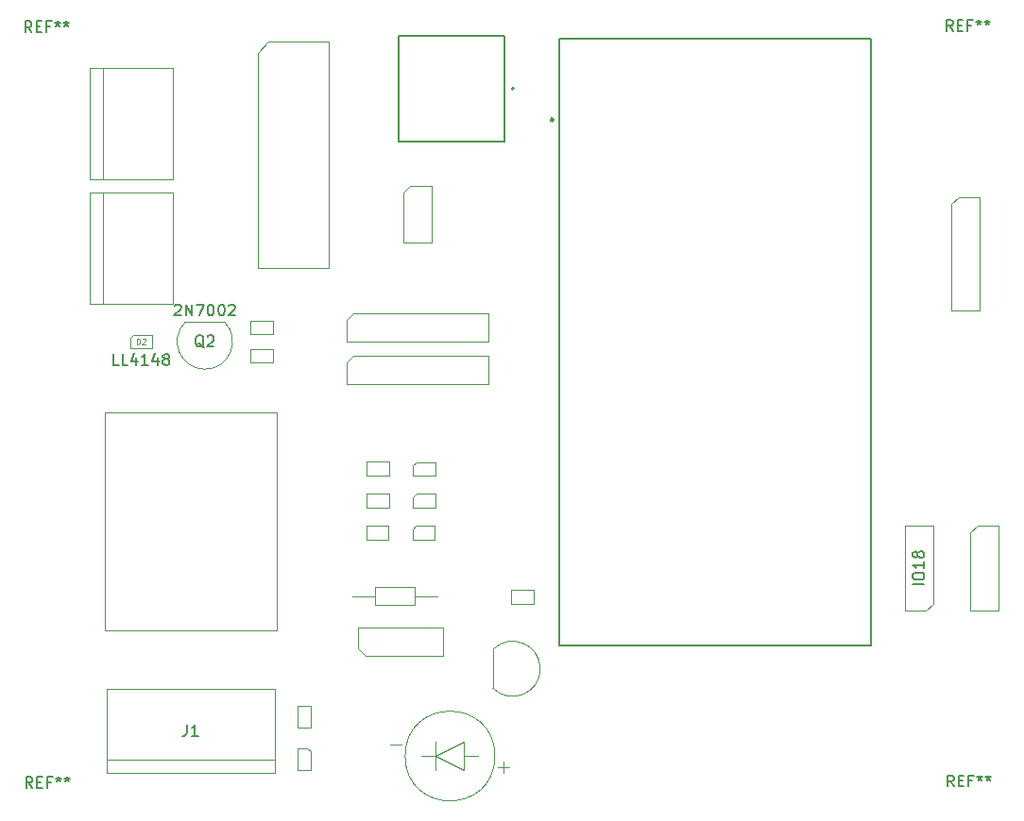
<source format=gbr>
%TF.GenerationSoftware,KiCad,Pcbnew,(6.0.4)*%
%TF.CreationDate,2023-05-30T10:31:35-05:00*%
%TF.ProjectId,Modulo de Practicas uPy,4d6f6475-6c6f-4206-9465-205072616374,rev?*%
%TF.SameCoordinates,Original*%
%TF.FileFunction,AssemblyDrawing,Top*%
%FSLAX46Y46*%
G04 Gerber Fmt 4.6, Leading zero omitted, Abs format (unit mm)*
G04 Created by KiCad (PCBNEW (6.0.4)) date 2023-05-30 10:31:35*
%MOMM*%
%LPD*%
G01*
G04 APERTURE LIST*
%ADD10C,0.150000*%
%ADD11C,0.080000*%
%ADD12C,0.100000*%
%ADD13C,0.127000*%
%ADD14C,0.280000*%
%ADD15C,0.120000*%
%ADD16C,0.200000*%
G04 APERTURE END LIST*
D10*
%TO.C,IO18*%
X169870380Y-92926590D02*
X168870380Y-92926590D01*
X168870380Y-92259923D02*
X168870380Y-92069447D01*
X168918000Y-91974209D01*
X169013238Y-91878971D01*
X169203714Y-91831352D01*
X169537047Y-91831352D01*
X169727523Y-91878971D01*
X169822761Y-91974209D01*
X169870380Y-92069447D01*
X169870380Y-92259923D01*
X169822761Y-92355161D01*
X169727523Y-92450400D01*
X169537047Y-92498019D01*
X169203714Y-92498019D01*
X169013238Y-92450400D01*
X168918000Y-92355161D01*
X168870380Y-92259923D01*
X169870380Y-90878971D02*
X169870380Y-91450400D01*
X169870380Y-91164685D02*
X168870380Y-91164685D01*
X169013238Y-91259923D01*
X169108476Y-91355161D01*
X169156095Y-91450400D01*
X169298952Y-90307542D02*
X169251333Y-90402780D01*
X169203714Y-90450400D01*
X169108476Y-90498019D01*
X169060857Y-90498019D01*
X168965619Y-90450400D01*
X168918000Y-90402780D01*
X168870380Y-90307542D01*
X168870380Y-90117066D01*
X168918000Y-90021828D01*
X168965619Y-89974209D01*
X169060857Y-89926590D01*
X169108476Y-89926590D01*
X169203714Y-89974209D01*
X169251333Y-90021828D01*
X169298952Y-90117066D01*
X169298952Y-90307542D01*
X169346571Y-90402780D01*
X169394190Y-90450400D01*
X169489428Y-90498019D01*
X169679904Y-90498019D01*
X169775142Y-90450400D01*
X169822761Y-90402780D01*
X169870380Y-90307542D01*
X169870380Y-90117066D01*
X169822761Y-90021828D01*
X169775142Y-89974209D01*
X169679904Y-89926590D01*
X169489428Y-89926590D01*
X169394190Y-89974209D01*
X169346571Y-90021828D01*
X169298952Y-90117066D01*
%TO.C,Q2*%
X102695714Y-67877619D02*
X102743333Y-67830000D01*
X102838571Y-67782380D01*
X103076666Y-67782380D01*
X103171904Y-67830000D01*
X103219523Y-67877619D01*
X103267142Y-67972857D01*
X103267142Y-68068095D01*
X103219523Y-68210952D01*
X102648095Y-68782380D01*
X103267142Y-68782380D01*
X103695714Y-68782380D02*
X103695714Y-67782380D01*
X104267142Y-68782380D01*
X104267142Y-67782380D01*
X104648095Y-67782380D02*
X105314761Y-67782380D01*
X104886190Y-68782380D01*
X105886190Y-67782380D02*
X105981428Y-67782380D01*
X106076666Y-67830000D01*
X106124285Y-67877619D01*
X106171904Y-67972857D01*
X106219523Y-68163333D01*
X106219523Y-68401428D01*
X106171904Y-68591904D01*
X106124285Y-68687142D01*
X106076666Y-68734761D01*
X105981428Y-68782380D01*
X105886190Y-68782380D01*
X105790952Y-68734761D01*
X105743333Y-68687142D01*
X105695714Y-68591904D01*
X105648095Y-68401428D01*
X105648095Y-68163333D01*
X105695714Y-67972857D01*
X105743333Y-67877619D01*
X105790952Y-67830000D01*
X105886190Y-67782380D01*
X106838571Y-67782380D02*
X106933809Y-67782380D01*
X107029047Y-67830000D01*
X107076666Y-67877619D01*
X107124285Y-67972857D01*
X107171904Y-68163333D01*
X107171904Y-68401428D01*
X107124285Y-68591904D01*
X107076666Y-68687142D01*
X107029047Y-68734761D01*
X106933809Y-68782380D01*
X106838571Y-68782380D01*
X106743333Y-68734761D01*
X106695714Y-68687142D01*
X106648095Y-68591904D01*
X106600476Y-68401428D01*
X106600476Y-68163333D01*
X106648095Y-67972857D01*
X106695714Y-67877619D01*
X106743333Y-67830000D01*
X106838571Y-67782380D01*
X107552857Y-67877619D02*
X107600476Y-67830000D01*
X107695714Y-67782380D01*
X107933809Y-67782380D01*
X108029047Y-67830000D01*
X108076666Y-67877619D01*
X108124285Y-67972857D01*
X108124285Y-68068095D01*
X108076666Y-68210952D01*
X107505238Y-68782380D01*
X108124285Y-68782380D01*
X105314761Y-71667619D02*
X105219523Y-71620000D01*
X105124285Y-71524761D01*
X104981428Y-71381904D01*
X104886190Y-71334285D01*
X104790952Y-71334285D01*
X104838571Y-71572380D02*
X104743333Y-71524761D01*
X104648095Y-71429523D01*
X104600476Y-71239047D01*
X104600476Y-70905714D01*
X104648095Y-70715238D01*
X104743333Y-70620000D01*
X104838571Y-70572380D01*
X105029047Y-70572380D01*
X105124285Y-70620000D01*
X105219523Y-70715238D01*
X105267142Y-70905714D01*
X105267142Y-71239047D01*
X105219523Y-71429523D01*
X105124285Y-71524761D01*
X105029047Y-71572380D01*
X104838571Y-71572380D01*
X105648095Y-70667619D02*
X105695714Y-70620000D01*
X105790952Y-70572380D01*
X106029047Y-70572380D01*
X106124285Y-70620000D01*
X106171904Y-70667619D01*
X106219523Y-70762857D01*
X106219523Y-70858095D01*
X106171904Y-71000952D01*
X105600476Y-71572380D01*
X106219523Y-71572380D01*
%TO.C,REF\u002A\u002A*%
X89878066Y-43378380D02*
X89544733Y-42902190D01*
X89306638Y-43378380D02*
X89306638Y-42378380D01*
X89687590Y-42378380D01*
X89782828Y-42426000D01*
X89830447Y-42473619D01*
X89878066Y-42568857D01*
X89878066Y-42711714D01*
X89830447Y-42806952D01*
X89782828Y-42854571D01*
X89687590Y-42902190D01*
X89306638Y-42902190D01*
X90306638Y-42854571D02*
X90639971Y-42854571D01*
X90782828Y-43378380D02*
X90306638Y-43378380D01*
X90306638Y-42378380D01*
X90782828Y-42378380D01*
X91544733Y-42854571D02*
X91211400Y-42854571D01*
X91211400Y-43378380D02*
X91211400Y-42378380D01*
X91687590Y-42378380D01*
X92211400Y-42378380D02*
X92211400Y-42616476D01*
X91973304Y-42521238D02*
X92211400Y-42616476D01*
X92449495Y-42521238D01*
X92068542Y-42806952D02*
X92211400Y-42616476D01*
X92354257Y-42806952D01*
X92973304Y-42378380D02*
X92973304Y-42616476D01*
X92735209Y-42521238D02*
X92973304Y-42616476D01*
X93211400Y-42521238D01*
X92830447Y-42806952D02*
X92973304Y-42616476D01*
X93116161Y-42806952D01*
%TO.C,D2*%
X97695000Y-73222380D02*
X97218809Y-73222380D01*
X97218809Y-72222380D01*
X98504523Y-73222380D02*
X98028333Y-73222380D01*
X98028333Y-72222380D01*
X99266428Y-72555714D02*
X99266428Y-73222380D01*
X99028333Y-72174761D02*
X98790238Y-72889047D01*
X99409285Y-72889047D01*
X100314047Y-73222380D02*
X99742619Y-73222380D01*
X100028333Y-73222380D02*
X100028333Y-72222380D01*
X99933095Y-72365238D01*
X99837857Y-72460476D01*
X99742619Y-72508095D01*
X101171190Y-72555714D02*
X101171190Y-73222380D01*
X100933095Y-72174761D02*
X100695000Y-72889047D01*
X101314047Y-72889047D01*
X101837857Y-72650952D02*
X101742619Y-72603333D01*
X101695000Y-72555714D01*
X101647380Y-72460476D01*
X101647380Y-72412857D01*
X101695000Y-72317619D01*
X101742619Y-72270000D01*
X101837857Y-72222380D01*
X102028333Y-72222380D01*
X102123571Y-72270000D01*
X102171190Y-72317619D01*
X102218809Y-72412857D01*
X102218809Y-72460476D01*
X102171190Y-72555714D01*
X102123571Y-72603333D01*
X102028333Y-72650952D01*
X101837857Y-72650952D01*
X101742619Y-72698571D01*
X101695000Y-72746190D01*
X101647380Y-72841428D01*
X101647380Y-73031904D01*
X101695000Y-73127142D01*
X101742619Y-73174761D01*
X101837857Y-73222380D01*
X102028333Y-73222380D01*
X102123571Y-73174761D01*
X102171190Y-73127142D01*
X102218809Y-73031904D01*
X102218809Y-72841428D01*
X102171190Y-72746190D01*
X102123571Y-72698571D01*
X102028333Y-72650952D01*
D11*
X99325952Y-71346190D02*
X99325952Y-70846190D01*
X99445000Y-70846190D01*
X99516428Y-70870000D01*
X99564047Y-70917619D01*
X99587857Y-70965238D01*
X99611666Y-71060476D01*
X99611666Y-71131904D01*
X99587857Y-71227142D01*
X99564047Y-71274761D01*
X99516428Y-71322380D01*
X99445000Y-71346190D01*
X99325952Y-71346190D01*
X99802142Y-70893809D02*
X99825952Y-70870000D01*
X99873571Y-70846190D01*
X99992619Y-70846190D01*
X100040238Y-70870000D01*
X100064047Y-70893809D01*
X100087857Y-70941428D01*
X100087857Y-70989047D01*
X100064047Y-71060476D01*
X99778333Y-71346190D01*
X100087857Y-71346190D01*
D10*
%TO.C,REF\u002A\u002A*%
X89954266Y-111170980D02*
X89620933Y-110694790D01*
X89382838Y-111170980D02*
X89382838Y-110170980D01*
X89763790Y-110170980D01*
X89859028Y-110218600D01*
X89906647Y-110266219D01*
X89954266Y-110361457D01*
X89954266Y-110504314D01*
X89906647Y-110599552D01*
X89859028Y-110647171D01*
X89763790Y-110694790D01*
X89382838Y-110694790D01*
X90382838Y-110647171D02*
X90716171Y-110647171D01*
X90859028Y-111170980D02*
X90382838Y-111170980D01*
X90382838Y-110170980D01*
X90859028Y-110170980D01*
X91620933Y-110647171D02*
X91287600Y-110647171D01*
X91287600Y-111170980D02*
X91287600Y-110170980D01*
X91763790Y-110170980D01*
X92287600Y-110170980D02*
X92287600Y-110409076D01*
X92049504Y-110313838D02*
X92287600Y-110409076D01*
X92525695Y-110313838D01*
X92144742Y-110599552D02*
X92287600Y-110409076D01*
X92430457Y-110599552D01*
X93049504Y-110170980D02*
X93049504Y-110409076D01*
X92811409Y-110313838D02*
X93049504Y-110409076D01*
X93287600Y-110313838D01*
X92906647Y-110599552D02*
X93049504Y-110409076D01*
X93192361Y-110599552D01*
X172453466Y-43251380D02*
X172120133Y-42775190D01*
X171882038Y-43251380D02*
X171882038Y-42251380D01*
X172262990Y-42251380D01*
X172358228Y-42299000D01*
X172405847Y-42346619D01*
X172453466Y-42441857D01*
X172453466Y-42584714D01*
X172405847Y-42679952D01*
X172358228Y-42727571D01*
X172262990Y-42775190D01*
X171882038Y-42775190D01*
X172882038Y-42727571D02*
X173215371Y-42727571D01*
X173358228Y-43251380D02*
X172882038Y-43251380D01*
X172882038Y-42251380D01*
X173358228Y-42251380D01*
X174120133Y-42727571D02*
X173786800Y-42727571D01*
X173786800Y-43251380D02*
X173786800Y-42251380D01*
X174262990Y-42251380D01*
X174786800Y-42251380D02*
X174786800Y-42489476D01*
X174548704Y-42394238D02*
X174786800Y-42489476D01*
X175024895Y-42394238D01*
X174643942Y-42679952D02*
X174786800Y-42489476D01*
X174929657Y-42679952D01*
X175548704Y-42251380D02*
X175548704Y-42489476D01*
X175310609Y-42394238D02*
X175548704Y-42489476D01*
X175786800Y-42394238D01*
X175405847Y-42679952D02*
X175548704Y-42489476D01*
X175691561Y-42679952D01*
X172529666Y-111043980D02*
X172196333Y-110567790D01*
X171958238Y-111043980D02*
X171958238Y-110043980D01*
X172339190Y-110043980D01*
X172434428Y-110091600D01*
X172482047Y-110139219D01*
X172529666Y-110234457D01*
X172529666Y-110377314D01*
X172482047Y-110472552D01*
X172434428Y-110520171D01*
X172339190Y-110567790D01*
X171958238Y-110567790D01*
X172958238Y-110520171D02*
X173291571Y-110520171D01*
X173434428Y-111043980D02*
X172958238Y-111043980D01*
X172958238Y-110043980D01*
X173434428Y-110043980D01*
X174196333Y-110520171D02*
X173863000Y-110520171D01*
X173863000Y-111043980D02*
X173863000Y-110043980D01*
X174339190Y-110043980D01*
X174863000Y-110043980D02*
X174863000Y-110282076D01*
X174624904Y-110186838D02*
X174863000Y-110282076D01*
X175101095Y-110186838D01*
X174720142Y-110472552D02*
X174863000Y-110282076D01*
X175005857Y-110472552D01*
X175624904Y-110043980D02*
X175624904Y-110282076D01*
X175386809Y-110186838D02*
X175624904Y-110282076D01*
X175863000Y-110186838D01*
X175482047Y-110472552D02*
X175624904Y-110282076D01*
X175767761Y-110472552D01*
%TO.C,J1*%
X103806666Y-105497380D02*
X103806666Y-106211666D01*
X103759047Y-106354523D01*
X103663809Y-106449761D01*
X103520952Y-106497380D01*
X103425714Y-106497380D01*
X104806666Y-106497380D02*
X104235238Y-106497380D01*
X104520952Y-106497380D02*
X104520952Y-105497380D01*
X104425714Y-105640238D01*
X104330476Y-105735476D01*
X104235238Y-105783095D01*
D12*
%TO.C,J8*%
X125730000Y-62230000D02*
X123190000Y-62230000D01*
X125730000Y-57150000D02*
X125730000Y-62230000D01*
X123190000Y-57785000D02*
X123825000Y-57150000D01*
X123825000Y-57150000D02*
X125730000Y-57150000D01*
X123190000Y-62230000D02*
X123190000Y-57785000D01*
%TO.C,J2*%
X96256000Y-46612000D02*
X96256000Y-56512000D01*
X95056000Y-56562000D02*
X102556000Y-56562000D01*
X102556000Y-46562000D02*
X95056000Y-46562000D01*
X95056000Y-46562000D02*
X95056000Y-56562000D01*
X102556000Y-56562000D02*
X102556000Y-46562000D01*
%TO.C,Q1*%
X131240000Y-98712400D02*
X131240000Y-102212400D01*
X131236375Y-102236025D02*
G75*
G03*
X135470000Y-100482400I1753625J1753625D01*
G01*
X135470000Y-100482400D02*
G75*
G03*
X131236375Y-98728775I-2480000J0D01*
G01*
%TO.C,U2*%
X126761000Y-96774000D02*
X126761000Y-99314000D01*
X119141000Y-96774000D02*
X126761000Y-96774000D01*
X119776000Y-99314000D02*
X119141000Y-98679000D01*
X126761000Y-99314000D02*
X119776000Y-99314000D01*
X119141000Y-98679000D02*
X119141000Y-96774000D01*
%TO.C,IO18*%
X170688000Y-87640400D02*
X170688000Y-94625400D01*
X170053000Y-95260400D02*
X168148000Y-95260400D01*
X168148000Y-95260400D02*
X168148000Y-87640400D01*
X170688000Y-94625400D02*
X170053000Y-95260400D01*
X168148000Y-87640400D02*
X170688000Y-87640400D01*
%TO.C,R2*%
X120628000Y-94780000D02*
X124228000Y-94780000D01*
X124228000Y-93180000D02*
X120628000Y-93180000D01*
X118618000Y-93980000D02*
X120628000Y-93980000D01*
X124228000Y-94780000D02*
X124228000Y-93180000D01*
X120628000Y-93180000D02*
X120628000Y-94780000D01*
X126238000Y-93980000D02*
X124228000Y-93980000D01*
%TO.C,U3*%
X116469000Y-64531000D02*
X110119000Y-64531000D01*
X111119000Y-44211000D02*
X116469000Y-44211000D01*
X110119000Y-64531000D02*
X110119000Y-45211000D01*
X110119000Y-45211000D02*
X111119000Y-44211000D01*
X116469000Y-44211000D02*
X116469000Y-64531000D01*
%TO.C,R6*%
X121914900Y-86019800D02*
X119914900Y-86019800D01*
X121914900Y-84769800D02*
X121914900Y-86019800D01*
X119914900Y-84769800D02*
X121914900Y-84769800D01*
X119914900Y-86019800D02*
X119914900Y-84769800D01*
%TO.C,D6*%
X126005600Y-87665000D02*
X124305600Y-87665000D01*
X124005600Y-88865000D02*
X126005600Y-88865000D01*
X126005600Y-88865000D02*
X126005600Y-87665000D01*
X124305600Y-87665000D02*
X124005600Y-87965000D01*
X124005600Y-87965000D02*
X124005600Y-88865000D01*
%TO.C,Q2*%
X107180000Y-69370000D02*
X103680000Y-69370000D01*
X105410000Y-73600000D02*
G75*
G03*
X107163625Y-69366375I0J2480000D01*
G01*
X103656375Y-69366375D02*
G75*
G03*
X105410000Y-73600000I1753625J-1753625D01*
G01*
D13*
%TO.C,U1*%
X137180000Y-98370000D02*
X137180000Y-43970000D01*
X165080000Y-43970000D02*
X165080000Y-98370000D01*
X165080000Y-98370000D02*
X137180000Y-98370000D01*
X137180000Y-43970000D02*
X165080000Y-43970000D01*
D14*
X136670000Y-51220000D02*
G75*
G03*
X136670000Y-51220000I-140000J0D01*
G01*
X136670000Y-51220000D02*
G75*
G03*
X136670000Y-51220000I-140000J0D01*
G01*
D12*
%TO.C,D2*%
X98995000Y-70520000D02*
X98695000Y-70820000D01*
X98695000Y-71720000D02*
X100695000Y-71720000D01*
X100695000Y-70520000D02*
X98995000Y-70520000D01*
X100695000Y-71720000D02*
X100695000Y-70520000D01*
X98695000Y-70820000D02*
X98695000Y-71720000D01*
%TO.C,R4*%
X111490000Y-73015000D02*
X109490000Y-73015000D01*
X109490000Y-73015000D02*
X109490000Y-71765000D01*
X111490000Y-71765000D02*
X111490000Y-73015000D01*
X109490000Y-71765000D02*
X111490000Y-71765000D01*
%TO.C,J7*%
X174879000Y-68326000D02*
X172339000Y-68326000D01*
X172339000Y-68326000D02*
X172339000Y-58801000D01*
X172339000Y-58801000D02*
X172974000Y-58166000D01*
X172974000Y-58166000D02*
X174879000Y-58166000D01*
X174879000Y-58166000D02*
X174879000Y-68326000D01*
%TO.C,D1*%
X126111000Y-108305600D02*
X128651000Y-107035600D01*
X131699000Y-109321600D02*
X132715000Y-109321600D01*
X128651000Y-108305600D02*
X129921000Y-108305600D01*
X122047000Y-107289600D02*
X123063000Y-107289600D01*
X126111000Y-107035600D02*
X126111000Y-109575600D01*
X128651000Y-109575600D02*
X128651000Y-108305600D01*
X124841000Y-108305600D02*
X126111000Y-108305600D01*
X132207000Y-109829600D02*
X132207000Y-108813600D01*
X128651000Y-107035600D02*
X128651000Y-109575600D01*
X126111000Y-108305600D02*
X128651000Y-109575600D01*
X131406000Y-108305600D02*
G75*
G03*
X131406000Y-108305600I-4025000J0D01*
G01*
%TO.C,R8*%
X121878600Y-88890000D02*
X119878600Y-88890000D01*
X119878600Y-88890000D02*
X119878600Y-87640000D01*
X121878600Y-87640000D02*
X121878600Y-88890000D01*
X119878600Y-87640000D02*
X121878600Y-87640000D01*
%TO.C,R7*%
X121914900Y-83149600D02*
X119914900Y-83149600D01*
X119914900Y-81899600D02*
X121914900Y-81899600D01*
X121914900Y-81899600D02*
X121914900Y-83149600D01*
X119914900Y-83149600D02*
X119914900Y-81899600D01*
%TO.C,J3*%
X95056000Y-57738000D02*
X95056000Y-67738000D01*
X95056000Y-67738000D02*
X102556000Y-67738000D01*
X96256000Y-57788000D02*
X96256000Y-67688000D01*
X102556000Y-67738000D02*
X102556000Y-57738000D01*
X102556000Y-57738000D02*
X95056000Y-57738000D01*
%TO.C,D4*%
X126041900Y-85994800D02*
X126041900Y-84794800D01*
X126041900Y-84794800D02*
X124341900Y-84794800D01*
X124041900Y-85094800D02*
X124041900Y-85994800D01*
X124341900Y-84794800D02*
X124041900Y-85094800D01*
X124041900Y-85994800D02*
X126041900Y-85994800D01*
%TO.C,D3*%
X114900000Y-107885000D02*
X114600000Y-107585000D01*
X113700000Y-107585000D02*
X113700000Y-109585000D01*
X113700000Y-109585000D02*
X114900000Y-109585000D01*
X114600000Y-107585000D02*
X113700000Y-107585000D01*
X114900000Y-109585000D02*
X114900000Y-107885000D01*
%TO.C,D5*%
X124041900Y-83124600D02*
X126041900Y-83124600D01*
X124341900Y-81924600D02*
X124041900Y-82224600D01*
X126041900Y-81924600D02*
X124341900Y-81924600D01*
X126041900Y-83124600D02*
X126041900Y-81924600D01*
X124041900Y-82224600D02*
X124041900Y-83124600D01*
D15*
%TO.C,K1*%
X96440000Y-77440000D02*
X111840000Y-77440000D01*
X111840000Y-97040000D02*
X96440000Y-97040000D01*
X96440000Y-97040000D02*
X96440000Y-77440000D01*
X111840000Y-77440000D02*
X111840000Y-97040000D01*
D13*
%TO.C,RV1*%
X132273200Y-53202800D02*
X122743200Y-53202800D01*
X122743200Y-53202800D02*
X122743200Y-43672800D01*
X122743200Y-43672800D02*
X132273200Y-43672800D01*
X132273200Y-43672800D02*
X132273200Y-53202800D01*
D16*
X133108200Y-48422800D02*
G75*
G03*
X133108200Y-48422800I-100000J0D01*
G01*
D12*
%TO.C,R5*%
X111490000Y-70475000D02*
X109490000Y-70475000D01*
X109490000Y-69225000D02*
X111490000Y-69225000D01*
X109490000Y-70475000D02*
X109490000Y-69225000D01*
X111490000Y-69225000D02*
X111490000Y-70475000D01*
%TO.C,J5*%
X118110000Y-69190000D02*
X118745000Y-68555000D01*
X118745000Y-68555000D02*
X130810000Y-68555000D01*
X118110000Y-71095000D02*
X118110000Y-69190000D01*
X130810000Y-68555000D02*
X130810000Y-71095000D01*
X130810000Y-71095000D02*
X118110000Y-71095000D01*
%TO.C,J1*%
X96590000Y-102295000D02*
X111690000Y-102295000D01*
X111690000Y-102295000D02*
X111690000Y-109795000D01*
X111690000Y-109795000D02*
X96590000Y-109795000D01*
X96590000Y-108595000D02*
X111690000Y-108595000D01*
X96590000Y-109795000D02*
X96590000Y-102295000D01*
%TO.C,R3*%
X113675000Y-105775000D02*
X113675000Y-103775000D01*
X114925000Y-103775000D02*
X114925000Y-105775000D01*
X114925000Y-105775000D02*
X113675000Y-105775000D01*
X113675000Y-103775000D02*
X114925000Y-103775000D01*
%TO.C,J6*%
X176580800Y-95250000D02*
X174040800Y-95250000D01*
X174675800Y-87630000D02*
X176580800Y-87630000D01*
X174040800Y-88265000D02*
X174675800Y-87630000D01*
X176580800Y-87630000D02*
X176580800Y-95250000D01*
X174040800Y-95250000D02*
X174040800Y-88265000D01*
%TO.C,J4*%
X118110000Y-73025000D02*
X118745000Y-72390000D01*
X118110000Y-74930000D02*
X118110000Y-73025000D01*
X118745000Y-72390000D02*
X130810000Y-72390000D01*
X130810000Y-74930000D02*
X118110000Y-74930000D01*
X130810000Y-72390000D02*
X130810000Y-74930000D01*
%TO.C,R1*%
X134883400Y-93380400D02*
X134883400Y-94630400D01*
X134883400Y-94630400D02*
X132883400Y-94630400D01*
X132883400Y-94630400D02*
X132883400Y-93380400D01*
X132883400Y-93380400D02*
X134883400Y-93380400D01*
%TD*%
M02*

</source>
